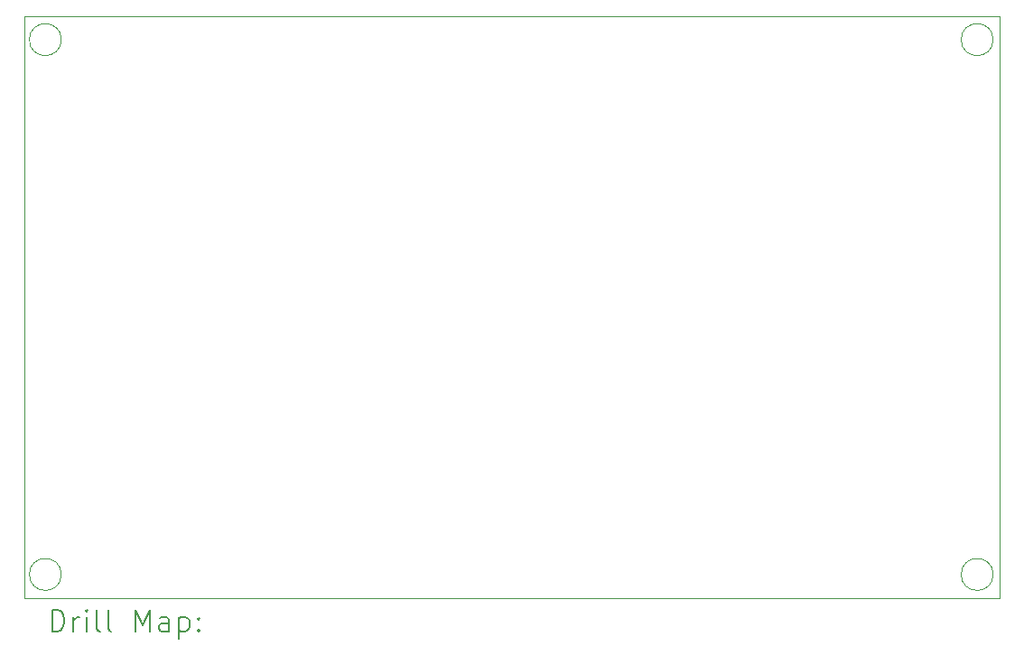
<source format=gbr>
%TF.GenerationSoftware,KiCad,Pcbnew,9.0.1*%
%TF.CreationDate,2025-09-10T18:35:18+05:00*%
%TF.ProjectId,sine_wave_inverter,73696e65-5f77-4617-9665-5f696e766572,rev?*%
%TF.SameCoordinates,Original*%
%TF.FileFunction,Drillmap*%
%TF.FilePolarity,Positive*%
%FSLAX45Y45*%
G04 Gerber Fmt 4.5, Leading zero omitted, Abs format (unit mm)*
G04 Created by KiCad (PCBNEW 9.0.1) date 2025-09-10 18:35:18*
%MOMM*%
%LPD*%
G01*
G04 APERTURE LIST*
%ADD10C,0.050000*%
%ADD11C,0.200000*%
G04 APERTURE END LIST*
D10*
X14538000Y-6629000D02*
G75*
G02*
X14238000Y-6629000I-150000J0D01*
G01*
X14238000Y-6629000D02*
G75*
G02*
X14538000Y-6629000I150000J0D01*
G01*
X5801000Y-6629000D02*
G75*
G02*
X5501000Y-6629000I-150000J0D01*
G01*
X5501000Y-6629000D02*
G75*
G02*
X5801000Y-6629000I150000J0D01*
G01*
X5801000Y-11648000D02*
G75*
G02*
X5501000Y-11648000I-150000J0D01*
G01*
X5501000Y-11648000D02*
G75*
G02*
X5801000Y-11648000I150000J0D01*
G01*
X14538000Y-11648000D02*
G75*
G02*
X14238000Y-11648000I-150000J0D01*
G01*
X14238000Y-11648000D02*
G75*
G02*
X14538000Y-11648000I150000J0D01*
G01*
X5457000Y-6408000D02*
X14595000Y-6408000D01*
X14595000Y-11867000D01*
X5457000Y-11867000D01*
X5457000Y-6408000D01*
D11*
X5715277Y-12180984D02*
X5715277Y-11980984D01*
X5715277Y-11980984D02*
X5762896Y-11980984D01*
X5762896Y-11980984D02*
X5791467Y-11990508D01*
X5791467Y-11990508D02*
X5810515Y-12009555D01*
X5810515Y-12009555D02*
X5820039Y-12028603D01*
X5820039Y-12028603D02*
X5829562Y-12066698D01*
X5829562Y-12066698D02*
X5829562Y-12095269D01*
X5829562Y-12095269D02*
X5820039Y-12133365D01*
X5820039Y-12133365D02*
X5810515Y-12152412D01*
X5810515Y-12152412D02*
X5791467Y-12171460D01*
X5791467Y-12171460D02*
X5762896Y-12180984D01*
X5762896Y-12180984D02*
X5715277Y-12180984D01*
X5915277Y-12180984D02*
X5915277Y-12047650D01*
X5915277Y-12085746D02*
X5924801Y-12066698D01*
X5924801Y-12066698D02*
X5934324Y-12057174D01*
X5934324Y-12057174D02*
X5953372Y-12047650D01*
X5953372Y-12047650D02*
X5972420Y-12047650D01*
X6039086Y-12180984D02*
X6039086Y-12047650D01*
X6039086Y-11980984D02*
X6029562Y-11990508D01*
X6029562Y-11990508D02*
X6039086Y-12000031D01*
X6039086Y-12000031D02*
X6048610Y-11990508D01*
X6048610Y-11990508D02*
X6039086Y-11980984D01*
X6039086Y-11980984D02*
X6039086Y-12000031D01*
X6162896Y-12180984D02*
X6143848Y-12171460D01*
X6143848Y-12171460D02*
X6134324Y-12152412D01*
X6134324Y-12152412D02*
X6134324Y-11980984D01*
X6267658Y-12180984D02*
X6248610Y-12171460D01*
X6248610Y-12171460D02*
X6239086Y-12152412D01*
X6239086Y-12152412D02*
X6239086Y-11980984D01*
X6496229Y-12180984D02*
X6496229Y-11980984D01*
X6496229Y-11980984D02*
X6562896Y-12123841D01*
X6562896Y-12123841D02*
X6629562Y-11980984D01*
X6629562Y-11980984D02*
X6629562Y-12180984D01*
X6810515Y-12180984D02*
X6810515Y-12076222D01*
X6810515Y-12076222D02*
X6800991Y-12057174D01*
X6800991Y-12057174D02*
X6781943Y-12047650D01*
X6781943Y-12047650D02*
X6743848Y-12047650D01*
X6743848Y-12047650D02*
X6724801Y-12057174D01*
X6810515Y-12171460D02*
X6791467Y-12180984D01*
X6791467Y-12180984D02*
X6743848Y-12180984D01*
X6743848Y-12180984D02*
X6724801Y-12171460D01*
X6724801Y-12171460D02*
X6715277Y-12152412D01*
X6715277Y-12152412D02*
X6715277Y-12133365D01*
X6715277Y-12133365D02*
X6724801Y-12114317D01*
X6724801Y-12114317D02*
X6743848Y-12104793D01*
X6743848Y-12104793D02*
X6791467Y-12104793D01*
X6791467Y-12104793D02*
X6810515Y-12095269D01*
X6905753Y-12047650D02*
X6905753Y-12247650D01*
X6905753Y-12057174D02*
X6924801Y-12047650D01*
X6924801Y-12047650D02*
X6962896Y-12047650D01*
X6962896Y-12047650D02*
X6981943Y-12057174D01*
X6981943Y-12057174D02*
X6991467Y-12066698D01*
X6991467Y-12066698D02*
X7000991Y-12085746D01*
X7000991Y-12085746D02*
X7000991Y-12142888D01*
X7000991Y-12142888D02*
X6991467Y-12161936D01*
X6991467Y-12161936D02*
X6981943Y-12171460D01*
X6981943Y-12171460D02*
X6962896Y-12180984D01*
X6962896Y-12180984D02*
X6924801Y-12180984D01*
X6924801Y-12180984D02*
X6905753Y-12171460D01*
X7086705Y-12161936D02*
X7096229Y-12171460D01*
X7096229Y-12171460D02*
X7086705Y-12180984D01*
X7086705Y-12180984D02*
X7077182Y-12171460D01*
X7077182Y-12171460D02*
X7086705Y-12161936D01*
X7086705Y-12161936D02*
X7086705Y-12180984D01*
X7086705Y-12057174D02*
X7096229Y-12066698D01*
X7096229Y-12066698D02*
X7086705Y-12076222D01*
X7086705Y-12076222D02*
X7077182Y-12066698D01*
X7077182Y-12066698D02*
X7086705Y-12057174D01*
X7086705Y-12057174D02*
X7086705Y-12076222D01*
M02*

</source>
